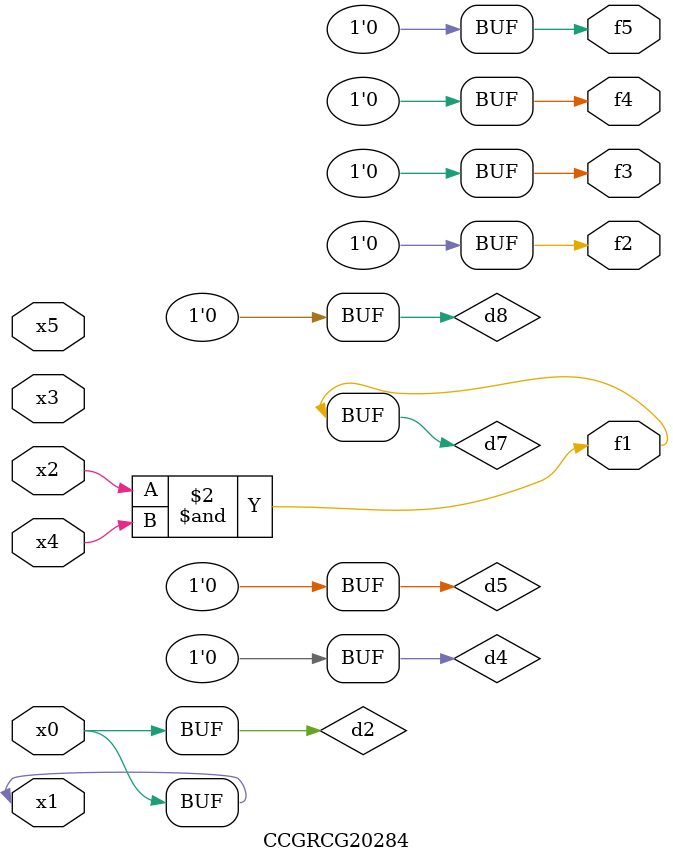
<source format=v>
module CCGRCG20284(
	input x0, x1, x2, x3, x4, x5,
	output f1, f2, f3, f4, f5
);

	wire d1, d2, d3, d4, d5, d6, d7, d8, d9;

	nand (d1, x1);
	buf (d2, x0, x1);
	nand (d3, x2, x4);
	and (d4, d1, d2);
	and (d5, d1, d2);
	nand (d6, d1, d3);
	not (d7, d3);
	xor (d8, d5);
	nor (d9, d5, d6);
	assign f1 = d7;
	assign f2 = d8;
	assign f3 = d8;
	assign f4 = d8;
	assign f5 = d8;
endmodule

</source>
